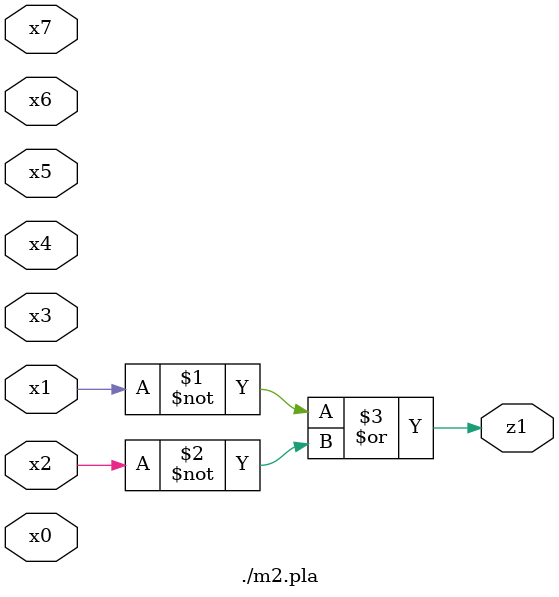
<source format=v>

module \./m2.pla  ( 
    x0, x1, x2, x3, x4, x5, x6, x7,
    z1  );
  input  x0, x1, x2, x3, x4, x5, x6, x7;
  output z1;
  assign z1 = ~x1 | ~x2;
endmodule



</source>
